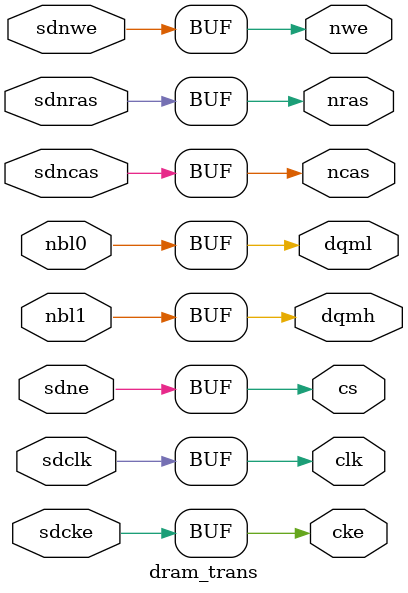
<source format=v>
module dram_trans(
	nbl0, nbl1, sdne, sdcke, sdnwe, sdclk, sdnras, sdncas,
	dqmh, dqml, cs, cke, nwe, clk, nras, ncas,
);

	input nbl0, nbl1, sdne, sdcke, sdnwe, sdclk, sdnras, sdncas;
	output dqmh, dqml, cs, cke, nwe, clk, nras, ncas;
	
	assign dqmh	= nbl1;
	assign dqml	= nbl0;
	assign cs	= sdne;
	assign cke	= sdcke;
	assign nwe	= sdnwe;
	assign clk	= sdclk;
	assign nras	= sdnras;
	assign ncas	= sdncas;

endmodule

</source>
